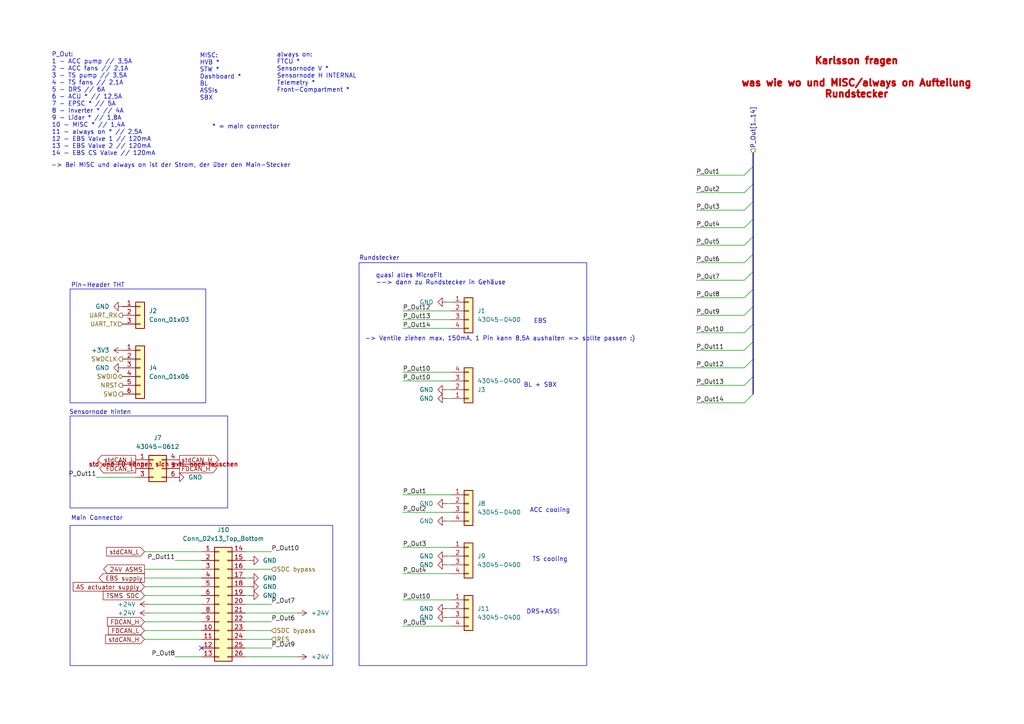
<source format=kicad_sch>
(kicad_sch (version 20231120) (generator "eeschema") (generator_version "8.0")
  (paper "A4")
  (title_block (title "PDU FT25") (date "2025-01-06") (rev "V1.1") (company "Janek Herm") (comment 1 "FaSTTUBe Electronics"))
  (lib_symbols
    (symbol "Connector_Generic:Conn_01x03" (pin_names (offset 1.016) hide)
      (property "Reference" "J" (at 0 5.08 0))
      (property "Value" "Conn_01x03" (at 0 -5.08 0))
      (symbol "Conn_01x03_1_1"
        (rectangle (start -1.27 -2.413) (end 0 -2.667) (stroke (width 0.1524)))
        (rectangle (start -1.27 0.127) (end 0 -0.127) (stroke (width 0.1524)))
        (rectangle (start -1.27 2.667) (end 0 2.413) (stroke (width 0.1524)))
        (rectangle (start -1.27 3.81) (end 1.27 -3.81) (stroke (width 0.254)) (fill (type background)))
        (pin passive line (at -5.08 2.54 0) (length 3.81) (name "Pin_1") (number "1"))
        (pin passive line (at -5.08 0 0) (length 3.81) (name "Pin_2") (number "2"))
        (pin passive line (at -5.08 -2.54 0) (length 3.81) (name "Pin_3") (number "3"))
      )
    )
    (symbol "Connector_Generic:Conn_01x04" (pin_names (offset 1.016) hide)
      (property "Reference" "J" (at 0 5.08 0))
      (property "Value" "Conn_01x04" (at 0 -7.62 0))
      (symbol "Conn_01x04_1_1"
        (rectangle (start -1.27 -4.953) (end 0 -5.207) (stroke (width 0.1524)))
        (rectangle (start -1.27 -2.413) (end 0 -2.667) (stroke (width 0.1524)))
        (rectangle (start -1.27 0.127) (end 0 -0.127) (stroke (width 0.1524)))
        (rectangle (start -1.27 2.667) (end 0 2.413) (stroke (width 0.1524)))
        (rectangle (start -1.27 3.81) (end 1.27 -6.35) (stroke (width 0.254)) (fill (type background)))
        (pin passive line (at -5.08 2.54 0) (length 3.81) (name "Pin_1") (number "1"))
        (pin passive line (at -5.08 0 0) (length 3.81) (name "Pin_2") (number "2"))
        (pin passive line (at -5.08 -2.54 0) (length 3.81) (name "Pin_3") (number "3"))
        (pin passive line (at -5.08 -5.08 0) (length 3.81) (name "Pin_4") (number "4"))
      )
    )
    (symbol "Connector_Generic:Conn_01x06" (pin_names (offset 1.016) hide)
      (property "Reference" "J" (at 0 7.62 0))
      (property "Value" "Conn_01x06" (at 0 -10.16 0))
      (symbol "Conn_01x06_1_1"
        (rectangle (start -1.27 -7.493) (end 0 -7.747) (stroke (width 0.1524)))
        (rectangle (start -1.27 -4.953) (end 0 -5.207) (stroke (width 0.1524)))
        (rectangle (start -1.27 -2.413) (end 0 -2.667) (stroke (width 0.1524)))
        (rectangle (start -1.27 0.127) (end 0 -0.127) (stroke (width 0.1524)))
        (rectangle (start -1.27 2.667) (end 0 2.413) (stroke (width 0.1524)))
        (rectangle (start -1.27 5.207) (end 0 4.953) (stroke (width 0.1524)))
        (rectangle (start -1.27 6.35) (end 1.27 -8.89) (stroke (width 0.254)) (fill (type background)))
        (pin passive line (at -5.08 5.08 0) (length 3.81) (name "Pin_1") (number "1"))
        (pin passive line (at -5.08 2.54 0) (length 3.81) (name "Pin_2") (number "2"))
        (pin passive line (at -5.08 0 0) (length 3.81) (name "Pin_3") (number "3"))
        (pin passive line (at -5.08 -2.54 0) (length 3.81) (name "Pin_4") (number "4"))
        (pin passive line (at -5.08 -5.08 0) (length 3.81) (name "Pin_5") (number "5"))
        (pin passive line (at -5.08 -7.62 0) (length 3.81) (name "Pin_6") (number "6"))
      )
    )
    (symbol "Connector_Generic:Conn_02x03_Top_Bottom" (pin_names (offset 1.016) hide)
      (property "Reference" "J" (at 1.27 5.08 0))
      (property "Value" "Conn_02x03_Top_Bottom" (at 1.27 -5.08 0))
      (symbol "Conn_02x03_Top_Bottom_1_1"
        (rectangle (start -1.27 -2.413) (end 0 -2.667) (stroke (width 0.1524)))
        (rectangle (start -1.27 0.127) (end 0 -0.127) (stroke (width 0.1524)))
        (rectangle (start -1.27 2.667) (end 0 2.413) (stroke (width 0.1524)))
        (rectangle (start -1.27 3.81) (end 3.81 -3.81) (stroke (width 0.254)) (fill (type background)))
        (rectangle (start 3.81 -2.413) (end 2.54 -2.667) (stroke (width 0.1524)))
        (rectangle (start 3.81 0.127) (end 2.54 -0.127) (stroke (width 0.1524)))
        (rectangle (start 3.81 2.667) (end 2.54 2.413) (stroke (width 0.1524)))
        (pin passive line (at -5.08 2.54 0) (length 3.81) (name "Pin_1") (number "1"))
        (pin passive line (at -5.08 0 0) (length 3.81) (name "Pin_2") (number "2"))
        (pin passive line (at -5.08 -2.54 0) (length 3.81) (name "Pin_3") (number "3"))
        (pin passive line (at 7.62 2.54 180) (length 3.81) (name "Pin_4") (number "4"))
        (pin passive line (at 7.62 0 180) (length 3.81) (name "Pin_5") (number "5"))
        (pin passive line (at 7.62 -2.54 180) (length 3.81) (name "Pin_6") (number "6"))
      )
    )
    (symbol "Connector_Generic:Conn_02x13_Top_Bottom" (pin_names (offset 1.016) hide)
      (property "Reference" "J" (at 1.27 17.78 0))
      (property "Value" "Conn_02x13_Top_Bottom" (at 1.27 -17.78 0))
      (symbol "Conn_02x13_Top_Bottom_1_1"
        (rectangle (start -1.27 -15.113) (end 0 -15.367) (stroke (width 0.1524)))
        (rectangle (start -1.27 -12.573) (end 0 -12.827) (stroke (width 0.1524)))
        (rectangle (start -1.27 -10.033) (end 0 -10.287) (stroke (width 0.1524)))
        (rectangle (start -1.27 -7.493) (end 0 -7.747) (stroke (width 0.1524)))
        (rectangle (start -1.27 -4.953) (end 0 -5.207) (stroke (width 0.1524)))
        (rectangle (start -1.27 -2.413) (end 0 -2.667) (stroke (width 0.1524)))
        (rectangle (start -1.27 0.127) (end 0 -0.127) (stroke (width 0.1524)))
        (rectangle (start -1.27 2.667) (end 0 2.413) (stroke (width 0.1524)))
        (rectangle (start -1.27 5.207) (end 0 4.953) (stroke (width 0.1524)))
        (rectangle (start -1.27 7.747) (end 0 7.493) (stroke (width 0.1524)))
        (rectangle (start -1.27 10.287) (end 0 10.033) (stroke (width 0.1524)))
        (rectangle (start -1.27 12.827) (end 0 12.573) (stroke (width 0.1524)))
        (rectangle (start -1.27 15.367) (end 0 15.113) (stroke (width 0.1524)))
        (rectangle (start -1.27 16.51) (end 3.81 -16.51) (stroke (width 0.254)) (fill (type background)))
        (rectangle (start 3.81 -15.113) (end 2.54 -15.367) (stroke (width 0.1524)))
        (rectangle (start 3.81 -12.573) (end 2.54 -12.827) (stroke (width 0.1524)))
        (rectangle (start 3.81 -10.033) (end 2.54 -10.287) (stroke (width 0.1524)))
        (rectangle (start 3.81 -7.493) (end 2.54 -7.747) (stroke (width 0.1524)))
        (rectangle (start 3.81 -4.953) (end 2.54 -5.207) (stroke (width 0.1524)))
        (rectangle (start 3.81 -2.413) (end 2.54 -2.667) (stroke (width 0.1524)))
        (rectangle (start 3.81 0.127) (end 2.54 -0.127) (stroke (width 0.1524)))
        (rectangle (start 3.81 2.667) (end 2.54 2.413) (stroke (width 0.1524)))
        (rectangle (start 3.81 5.207) (end 2.54 4.953) (stroke (width 0.1524)))
        (rectangle (start 3.81 7.747) (end 2.54 7.493) (stroke (width 0.1524)))
        (rectangle (start 3.81 10.287) (end 2.54 10.033) (stroke (width 0.1524)))
        (rectangle (start 3.81 12.827) (end 2.54 12.573) (stroke (width 0.1524)))
        (rectangle (start 3.81 15.367) (end 2.54 15.113) (stroke (width 0.1524)))
        (pin passive line (at -5.08 15.24 0) (length 3.81) (name "Pin_1") (number "1"))
        (pin passive line (at -5.08 -7.62 0) (length 3.81) (name "Pin_10") (number "10"))
        (pin passive line (at -5.08 -10.16 0) (length 3.81) (name "Pin_11") (number "11"))
        (pin passive line (at -5.08 -12.7 0) (length 3.81) (name "Pin_12") (number "12"))
        (pin passive line (at -5.08 -15.24 0) (length 3.81) (name "Pin_13") (number "13"))
        (pin passive line (at 7.62 15.24 180) (length 3.81) (name "Pin_14") (number "14"))
        (pin passive line (at 7.62 12.7 180) (length 3.81) (name "Pin_15") (number "15"))
        (pin passive line (at 7.62 10.16 180) (length 3.81) (name "Pin_16") (number "16"))
        (pin passive line (at 7.62 7.62 180) (length 3.81) (name "Pin_17") (number "17"))
        (pin passive line (at 7.62 5.08 180) (length 3.81) (name "Pin_18") (number "18"))
        (pin passive line (at 7.62 2.54 180) (length 3.81) (name "Pin_19") (number "19"))
        (pin passive line (at -5.08 12.7 0) (length 3.81) (name "Pin_2") (number "2"))
        (pin passive line (at 7.62 0 180) (length 3.81) (name "Pin_20") (number "20"))
        (pin passive line (at 7.62 -2.54 180) (length 3.81) (name "Pin_21") (number "21"))
        (pin passive line (at 7.62 -5.08 180) (length 3.81) (name "Pin_22") (number "22"))
        (pin passive line (at 7.62 -7.62 180) (length 3.81) (name "Pin_23") (number "23"))
        (pin passive line (at 7.62 -10.16 180) (length 3.81) (name "Pin_24") (number "24"))
        (pin passive line (at 7.62 -12.7 180) (length 3.81) (name "Pin_25") (number "25"))
        (pin passive line (at 7.62 -15.24 180) (length 3.81) (name "Pin_26") (number "26"))
        (pin passive line (at -5.08 10.16 0) (length 3.81) (name "Pin_3") (number "3"))
        (pin passive line (at -5.08 7.62 0) (length 3.81) (name "Pin_4") (number "4"))
        (pin passive line (at -5.08 5.08 0) (length 3.81) (name "Pin_5") (number "5"))
        (pin passive line (at -5.08 2.54 0) (length 3.81) (name "Pin_6") (number "6"))
        (pin passive line (at -5.08 0 0) (length 3.81) (name "Pin_7") (number "7"))
        (pin passive line (at -5.08 -2.54 0) (length 3.81) (name "Pin_8") (number "8"))
        (pin passive line (at -5.08 -5.08 0) (length 3.81) (name "Pin_9") (number "9"))
      )
    )
    (symbol "power:+24V" (power) (pin_numbers hide) (pin_names (offset 0) hide)
      (property "Value" "+24V" (at 0 3.556 0))
      (symbol "+24V_0_1"
        (polyline (pts (xy -0.762 1.27) (xy 0 2.54)))
        (polyline (pts (xy 0 0) (xy 0 2.54)))
        (polyline (pts (xy 0 2.54) (xy 0.762 1.27)))
      )
      (symbol "+24V_1_1"
        (pin power_in line (at 0 0 90) (length 0) (name "~") (number "1"))
      )
    )
    (symbol "power:+3.3V" (power) (pin_numbers hide) (pin_names (offset 0) hide)
      (property "Value" "+3.3V" (at 0 3.556 0))
      (symbol "+3.3V_0_1"
        (polyline (pts (xy -0.762 1.27) (xy 0 2.54)))
        (polyline (pts (xy 0 0) (xy 0 2.54)))
        (polyline (pts (xy 0 2.54) (xy 0.762 1.27)))
      )
      (symbol "+3.3V_1_1"
        (pin power_in line (at 0 0 90) (length 0) (name "~") (number "1"))
      )
    )
    (symbol "power:GND" (power) (pin_numbers hide) (pin_names (offset 0) hide)
      (property "Value" "GND" (at 0 -3.81 0))
      (symbol "GND_0_1"
        (polyline (pts (xy 0 0) (xy 0 -1.27) (xy 1.27 -1.27) (xy 0 -2.54) (xy -1.27 -1.27) (xy 0 -1.27)))
      )
      (symbol "GND_1_1"
        (pin power_in line (at 0 0 270) (length 0) (name "~") (number "1"))
      )
    )
  )
  (no_connect (at 58.42 187.96))
  (bus_entry (at 215.9 66.04) (size 2.54 -2.54))
  (bus_entry (at 215.9 55.88) (size 2.54 -2.54))
  (bus_entry (at 215.9 116.84) (size 2.54 -2.54))
  (bus_entry (at 215.9 86.36) (size 2.54 -2.54))
  (bus_entry (at 215.9 91.44) (size 2.54 -2.54))
  (bus_entry (at 215.9 76.2) (size 2.54 -2.54))
  (bus_entry (at 215.9 50.8) (size 2.54 -2.54))
  (bus_entry (at 215.9 71.12) (size 2.54 -2.54))
  (bus_entry (at 215.9 96.52) (size 2.54 -2.54))
  (bus_entry (at 215.9 106.68) (size 2.54 -2.54))
  (bus_entry (at 215.9 60.96) (size 2.54 -2.54))
  (bus_entry (at 215.9 101.6) (size 2.54 -2.54))
  (bus_entry (at 215.9 111.76) (size 2.54 -2.54))
  (bus_entry (at 215.9 81.28) (size 2.54 -2.54))
  (wire (pts (xy 201.93 106.68) (xy 215.9 106.68)))
  (wire (pts (xy 71.12 160.02) (xy 78.74 160.02)))
  (wire (pts (xy 116.84 148.59) (xy 130.81 148.59)))
  (bus (pts (xy 218.44 99.06) (xy 218.44 104.14)))
  (bus (pts (xy 218.44 78.74) (xy 218.44 83.82)))
  (wire (pts (xy 116.84 92.71) (xy 130.81 92.71)))
  (wire (pts (xy 201.93 111.76) (xy 215.9 111.76)))
  (wire (pts (xy 86.36 190.5) (xy 71.12 190.5)))
  (wire (pts (xy 41.91 172.72) (xy 58.42 172.72)))
  (wire (pts (xy 116.84 95.25) (xy 130.81 95.25)))
  (bus (pts (xy 218.44 83.82) (xy 218.44 88.9)))
  (wire (pts (xy 116.84 166.37) (xy 130.81 166.37)))
  (wire (pts (xy 201.93 91.44) (xy 215.9 91.44)))
  (wire (pts (xy 41.91 160.02) (xy 58.42 160.02)))
  (wire (pts (xy 58.42 170.18) (xy 41.91 170.18)))
  (wire (pts (xy 201.93 116.84) (xy 215.9 116.84)))
  (bus (pts (xy 218.44 104.14) (xy 218.44 109.22)))
  (wire (pts (xy 72.39 162.56) (xy 71.12 162.56)))
  (wire (pts (xy 58.42 162.56) (xy 50.8 162.56)))
  (wire (pts (xy 201.93 86.36) (xy 215.9 86.36)))
  (bus (pts (xy 218.44 73.66) (xy 218.44 78.74)))
  (wire (pts (xy 201.93 96.52) (xy 215.9 96.52)))
  (wire (pts (xy 201.93 76.2) (xy 215.9 76.2)))
  (wire (pts (xy 201.93 71.12) (xy 215.9 71.12)))
  (wire (pts (xy 129.54 163.83) (xy 130.81 163.83)))
  (wire (pts (xy 86.36 177.8) (xy 71.12 177.8)))
  (bus (pts (xy 218.44 58.42) (xy 218.44 63.5)))
  (wire (pts (xy 201.93 55.88) (xy 215.9 55.88)))
  (wire (pts (xy 201.93 81.28) (xy 215.9 81.28)))
  (bus (pts (xy 218.44 93.98) (xy 218.44 99.06)))
  (bus (pts (xy 218.44 68.58) (xy 218.44 73.66)))
  (wire (pts (xy 72.39 170.18) (xy 71.12 170.18)))
  (wire (pts (xy 129.54 113.03) (xy 130.81 113.03)))
  (wire (pts (xy 71.12 182.88) (xy 78.74 182.88)))
  (wire (pts (xy 129.54 161.29) (xy 130.81 161.29)))
  (wire (pts (xy 116.84 143.51) (xy 130.81 143.51)))
  (wire (pts (xy 201.93 66.04) (xy 215.9 66.04)))
  (wire (pts (xy 116.84 173.99) (xy 130.81 173.99)))
  (wire (pts (xy 43.18 175.26) (xy 58.42 175.26)))
  (wire (pts (xy 58.42 190.5) (xy 50.8 190.5)))
  (wire (pts (xy 41.91 167.64) (xy 58.42 167.64)))
  (bus (pts (xy 218.44 44.45) (xy 218.44 48.26)))
  (bus (pts (xy 218.44 109.22) (xy 218.44 114.3)))
  (bus (pts (xy 218.44 48.26) (xy 218.44 53.34)))
  (wire (pts (xy 201.93 60.96) (xy 215.9 60.96)))
  (wire (pts (xy 129.54 176.53) (xy 130.81 176.53)))
  (wire (pts (xy 130.81 110.49) (xy 116.84 110.49)))
  (wire (pts (xy 71.12 175.26) (xy 78.74 175.26)))
  (bus (pts (xy 218.44 53.34) (xy 218.44 58.42)))
  (wire (pts (xy 129.54 179.07) (xy 130.81 179.07)))
  (wire (pts (xy 27.94 138.43) (xy 39.37 138.43)))
  (wire (pts (xy 72.39 172.72) (xy 71.12 172.72)))
  (wire (pts (xy 129.54 151.13) (xy 130.81 151.13)))
  (wire (pts (xy 41.91 165.1) (xy 58.42 165.1)))
  (wire (pts (xy 41.91 185.42) (xy 58.42 185.42)))
  (wire (pts (xy 71.12 180.34) (xy 78.74 180.34)))
  (wire (pts (xy 72.39 167.64) (xy 71.12 167.64)))
  (bus (pts (xy 218.44 63.5) (xy 218.44 68.58)))
  (wire (pts (xy 201.93 101.6) (xy 215.9 101.6)))
  (wire (pts (xy 43.18 177.8) (xy 58.42 177.8)))
  (wire (pts (xy 71.12 187.96) (xy 78.74 187.96)))
  (wire (pts (xy 41.91 182.88) (xy 58.42 182.88)))
  (wire (pts (xy 71.12 165.1) (xy 78.74 165.1)))
  (wire (pts (xy 116.84 107.95) (xy 130.81 107.95)))
  (bus (pts (xy 218.44 88.9) (xy 218.44 93.98)))
  (wire (pts (xy 116.84 181.61) (xy 130.81 181.61)))
  (wire (pts (xy 129.54 87.63) (xy 130.81 87.63)))
  (wire (pts (xy 129.54 115.57) (xy 130.81 115.57)))
  (wire (pts (xy 201.93 50.8) (xy 215.9 50.8)))
  (wire (pts (xy 71.12 185.42) (xy 78.74 185.42)))
  (wire (pts (xy 116.84 90.17) (xy 130.81 90.17)))
  (wire (pts (xy 116.84 158.75) (xy 130.81 158.75)))
  (wire (pts (xy 129.54 146.05) (xy 130.81 146.05)))
  (wire (pts (xy 41.91 180.34) (xy 58.42 180.34)))
  (wire (pts (xy 50.8 138.43) (xy 52.07 138.43)))
  (rectangle (start 20.32 83.82) (end 59.69 116.84))
  (rectangle (start 104.14 76.2) (end 170.18 193.04))
  (rectangle (start 20.32 152.4) (end 96.52 193.04))
  (rectangle (start 20.32 120.65) (end 66.04 147.32))
  (text "* = main connector" (at 61.468 36.83 0) (effects (font (size 1.27 1.27)) (justify left)))
  (text "DRS+ASSI" (at 157.48 177.546 0) (effects (font (size 1.27 1.27))))
  (text "Pin-Header THT" (at 20.574 82.804 0) (effects (font (size 1.27 1.27)) (justify left)))
  (text "quasi alles MicroFit\n--> dann zu Rundstecker in Gehäuse" (at 108.966 81.026 0) (effects (font (size 1.27 1.27) (thickness 0.1588)) (justify left)))
  (text "Sensornode hinten" (at 20.066 119.634 0) (effects (font (size 1.27 1.27)) (justify left)))
  (text "Rundstecker" (at 104.14 74.93 0) (effects (font (size 1.27 1.27)) (justify left)))
  (text "Karlsson fragen\n\nwas wie wo und MISC/always on Aufteilung\nRundstecker" (at 248.412 22.606 0) (effects (font (size 2 2) (thickness 0.7) (bold yes))))
  (text "Main Connector" (at 20.574 150.368 0) (effects (font (size 1.27 1.27)) (justify left)))
  (text "-> Ventile ziehen max. 150mA, 1 Pin kann 8,5A aushalten => sollte passen :)" (at 145.034 98.298 0) (effects (font (size 1.27 1.27))))
  (text "EBS" (at 156.718 93.218 0) (effects (font (size 1.27 1.27))))
  (text "MISC:\nHVB *\nSTW *\nDashboard *\nBL\nASSIs\nSBX" (at 57.912 22.352 0) (effects (font (size 1.27 1.27)) (justify left)))
  (text "-> Bei MISC und always on ist der Strom, der über den Main-Stecker" (at 49.53 48.006 0) (effects (font (size 1.27 1.27))))
  (text "TS cooling" (at 159.512 162.306 0) (effects (font (size 1.27 1.27))))
  (text "std und FD können sich evtl. noch tauschen" (at 25.654 134.874 0) (effects (font (size 1.27 1.27) (thickness 0.254) (bold yes)) (justify left)))
  (text "P_Out:\n1 - ACC pump // 3,5A\n2 - ACC fans // 2,1A\n3 - TS pump // 3,5A\n4 - TS fans // 2,1A\n5 - DRS // 6A\n6 - ACU * // 12,5A\n7 - EPSC * // 5A\n8 - Inverter * // 4A\n9 - Lidar * // 1,8A\n10 - MISC * // 1,4A\n11 - always on * // 2,5A\n12 - EBS Valve 1 // 120mA\n13 - EBS Valve 2 // 120mA\n14 - EBS CS Valve // 120mA" (at 14.986 30.226 0) (effects (font (size 1.27 1.27)) (justify left)))
  (text "BL + SBX" (at 156.718 111.76 0) (effects (font (size 1.27 1.27))))
  (text "ACC cooling" (at 159.512 148.082 0) (effects (font (size 1.27 1.27))))
  (text "always on:\nFTCU *\nSensornode V *\nSensornode H INTERNAL\nTelemetry * \nFront-Compartment *" (at 80.264 21.082 0) (effects (font (size 1.27 1.27)) (justify left)))
  (label "P_Out10" (at 201.93 96.52 0))
  (label "P_Out7" (at 78.74 175.26 0))
  (label "P_Out3" (at 201.93 60.96 0))
  (label "P_Out1" (at 201.93 50.8 0))
  (label "P_Out8" (at 201.93 86.36 0))
  (label "P_Out13" (at 201.93 111.76 0))
  (label "P_Out5" (at 116.84 181.61 0))
  (label "P_Out1" (at 116.84 143.51 0))
  (label "P_Out10" (at 78.74 160.02 0))
  (label "P_Out9" (at 201.93 91.44 0))
  (label "P_Out10" (at 116.84 107.95 0))
  (label "P_Out11" (at 201.93 101.6 0))
  (label "P_Out5" (at 201.93 71.12 0))
  (label "P_Out9" (at 78.74 187.96 0))
  (label "P_Out12" (at 201.93 106.68 0))
  (label "P_Out2" (at 201.93 55.88 0))
  (label "P_Out12" (at 116.84 90.17 0))
  (label "P_Out11" (at 27.94 138.43 180))
  (label "P_Out8" (at 50.8 190.5 180))
  (label "P_Out11" (at 50.8 162.56 180))
  (label "P_Out14" (at 116.84 95.25 0))
  (label "P_Out4" (at 116.84 166.37 0))
  (label "P_Out6" (at 78.74 180.34 0))
  (label "P_Out7" (at 201.93 81.28 0))
  (label "P_Out2" (at 116.84 148.59 0))
  (label "P_Out10" (at 116.84 110.49 0))
  (label "P_Out10" (at 116.84 173.99 0))
  (label "P_Out3" (at 116.84 158.75 0))
  (label "P_Out13" (at 116.84 92.71 0))
  (label "P_Out14" (at 201.93 116.84 0))
  (label "P_Out4" (at 201.93 66.04 0))
  (label "P_Out6" (at 201.93 76.2 0))
  (global_label "TSMS SDC" (shape input) (at 41.91 172.72 180) (property "Intersheetrefs" "${INTERSHEET_REFS}" (effects (hide yes))))
  (global_label "stdCAN_H" (shape output) (at 52.07 133.35 0) (property "Intersheetrefs" "${INTERSHEET_REFS}" (effects (hide yes))))
  (global_label "FDCAN_H" (shape output) (at 52.07 135.89 0) (property "Intersheetrefs" "${INTERSHEET_REFS}" (effects (hide yes))))
  (global_label "stdCAN_L" (shape input) (at 41.91 160.02 180) (property "Intersheetrefs" "${INTERSHEET_REFS}" (effects (hide yes))))
  (global_label "FDCAN_L" (shape output) (at 39.37 135.89 180) (property "Intersheetrefs" "${INTERSHEET_REFS}" (effects (hide yes))))
  (global_label "FDCAN_L" (shape input) (at 41.91 182.88 180) (property "Intersheetrefs" "${INTERSHEET_REFS}" (effects (hide yes))))
  (global_label "stdCAN_H" (shape input) (at 41.91 185.42 180) (property "Intersheetrefs" "${INTERSHEET_REFS}" (effects (hide yes))))
  (global_label "EBS supply" (shape output) (at 41.91 167.64 180) (property "Intersheetrefs" "${INTERSHEET_REFS}" (effects (hide yes))))
  (global_label "24V ASMS" (shape output) (at 41.91 165.1 180) (property "Intersheetrefs" "${INTERSHEET_REFS}" (effects (hide yes))))
  (global_label "stdCAN_L" (shape output) (at 39.37 133.35 180) (property "Intersheetrefs" "${INTERSHEET_REFS}" (effects (hide yes))))
  (global_label "FDCAN_H" (shape input) (at 41.91 180.34 180) (property "Intersheetrefs" "${INTERSHEET_REFS}" (effects (hide yes))))
  (global_label "AS actuator supply" (shape input) (at 41.91 170.18 180) (property "Intersheetrefs" "${INTERSHEET_REFS}" (effects (hide yes))))
  (hierarchical_label "P_Out[1..14]" (shape input) (at 218.44 44.45 90) (effects (font (thickness 0.1588))))
  (hierarchical_label "SWDIO" (shape bidirectional) (at 35.56 109.22 180) (effects (font (thickness 0.1588))))
  (hierarchical_label "SWO" (shape output) (at 35.56 114.3 180))
  (hierarchical_label "RES" (shape input) (at 78.74 185.42 0))
  (hierarchical_label "UART_TX" (shape input) (at 35.56 93.98 180))
  (hierarchical_label "SDC bypass" (shape input) (at 78.74 165.1 0))
  (hierarchical_label "NRST" (shape output) (at 35.56 111.76 180) (effects (font (thickness 0.1588))))
  (hierarchical_label "SWDCLK" (shape output) (at 35.56 104.14 180))
  (hierarchical_label "UART_RX" (shape output) (at 35.56 91.44 180))
  (hierarchical_label "SDC bypass" (shape input) (at 78.74 182.88 0))
  (symbol (lib_id "Connector_Generic:Conn_01x04") (at 135.89 90.17 0) (unit 1)
    (property "Reference" "J1" (at 138.43 90.1699 0) (effects (justify left)))
    (property "Value" "43045-0400" (at 138.43 92.7099 0) (effects (justify left)))
    (property "Footprint" "43045-0400:43045-04_00,01,02,10_" (effects (hide yes)))
    (property "Description" "Generic connector, single row, 01x04, script generated (kicad-library-utils/schlib/autogen/connector/)" (effects (hide yes)))
  )
  (symbol (lib_id "power:GND") (at 129.54 176.53 270) (mirror x) (unit 1)
    (property "Reference" "#PWR0215" (effects (hide yes)))
    (property "Value" "GND" (at 125.73 176.5299 90) (effects (justify right)))
    (property "Description" "Power symbol creates a global label with name \"GND\" , ground" (effects (hide yes)))
  )
  (symbol (lib_id "power:+3.3V") (at 35.56 101.6 90) (unit 1)
    (property "Reference" "#PWR035" (effects (hide yes)))
    (property "Value" "+3V3" (at 31.75 101.5999 90) (effects (justify left)))
    (property "Description" "Power symbol creates a global label with name \"+3.3V\"" (effects (hide yes)))
  )
  (symbol (lib_id "power:GND") (at 129.54 179.07 270) (unit 1)
    (property "Reference" "#PWR0214" (effects (hide yes)))
    (property "Value" "GND" (at 125.73 179.0701 90) (effects (justify right)))
    (property "Description" "Power symbol creates a global label with name \"GND\" , ground" (effects (hide yes)))
  )
  (symbol (lib_id "power:GND") (at 129.54 113.03 270) (mirror x) (unit 1)
    (property "Reference" "#PWR0221" (effects (hide yes)))
    (property "Value" "GND" (at 125.73 113.0299 90) (effects (justify right)))
    (property "Description" "Power symbol creates a global label with name \"GND\" , ground" (effects (hide yes)))
  )
  (symbol (lib_id "power:+24V") (at 43.18 175.26 90) (mirror x) (unit 1)
    (property "Reference" "#PWR0196" (effects (hide yes)))
    (property "Value" "+24V" (at 39.37 175.2601 90) (effects (justify left)))
    (property "Description" "Power symbol creates a global label with name \"+24V\"" (effects (hide yes)))
  )
  (symbol (lib_id "Connector_Generic:Conn_01x04") (at 135.89 146.05 0) (unit 1)
    (property "Reference" "J8" (at 138.43 146.0499 0) (effects (justify left)))
    (property "Value" "43045-0400" (at 138.43 148.5899 0) (effects (justify left)))
    (property "Footprint" "43045-0400:43045-04_00,01,02,10_" (effects (hide yes)))
    (property "Description" "Generic connector, single row, 01x04, script generated (kicad-library-utils/schlib/autogen/connector/)" (effects (hide yes)))
  )
  (symbol (lib_id "power:GND") (at 72.39 172.72 90) (unit 1)
    (property "Reference" "#PWR045" (effects (hide yes)))
    (property "Value" "GND" (at 76.2 172.7199 90) (effects (justify right)))
    (property "Description" "Power symbol creates a global label with name \"GND\" , ground" (effects (hide yes)))
  )
  (symbol (lib_id "power:GND") (at 35.56 88.9 270) (unit 1)
    (property "Reference" "#PWR034" (effects (hide yes)))
    (property "Value" "GND" (at 31.75 88.8999 90) (effects (justify right)))
    (property "Description" "Power symbol creates a global label with name \"GND\" , ground" (effects (hide yes)))
  )
  (symbol (lib_id "Connector_Generic:Conn_01x04") (at 135.89 113.03 0) (mirror x) (unit 1)
    (property "Reference" "J3" (at 138.43 113.0301 0) (effects (justify left)))
    (property "Value" "43045-0400" (at 138.43 110.4901 0) (effects (justify left)))
    (property "Footprint" "43045-0400:43045-04_00,01,02,10_" (effects (hide yes)))
    (property "Description" "Generic connector, single row, 01x04, script generated (kicad-library-utils/schlib/autogen/connector/)" (effects (hide yes)))
  )
  (symbol (lib_id "power:GND") (at 72.39 170.18 90) (unit 1)
    (property "Reference" "#PWR0213" (effects (hide yes)))
    (property "Value" "GND" (at 76.2 170.1799 90) (effects (justify right)))
    (property "Description" "Power symbol creates a global label with name \"GND\" , ground" (effects (hide yes)))
  )
  (symbol (lib_id "power:GND") (at 129.54 146.05 270) (mirror x) (unit 1)
    (property "Reference" "#PWR0219" (effects (hide yes)))
    (property "Value" "GND" (at 125.73 146.0499 90) (effects (justify right)))
    (property "Description" "Power symbol creates a global label with name \"GND\" , ground" (effects (hide yes)))
  )
  (symbol (lib_id "power:GND") (at 72.39 162.56 90) (mirror x) (unit 1)
    (property "Reference" "#PWR0195" (effects (hide yes)))
    (property "Value" "GND" (at 76.2 162.5601 90) (effects (justify right)))
    (property "Description" "Power symbol creates a global label with name \"GND\" , ground" (effects (hide yes)))
  )
  (symbol (lib_id "Connector_Generic:Conn_01x06") (at 40.64 106.68 0) (unit 1)
    (property "Reference" "J4" (at 43.18 106.6799 0) (effects (justify left)))
    (property "Value" "Conn_01x06" (at 43.18 109.2199 0) (effects (justify left)))
    (property "Footprint" "Connector_PinHeader_2.54mm:PinHeader_1x06_P2.54mm_Vertical" (effects (hide yes)))
    (property "Description" "Generic connector, single row, 01x06, script generated (kicad-library-utils/schlib/autogen/connector/)" (effects (hide yes)))
  )
  (symbol (lib_id "power:+24V") (at 86.36 190.5 270) (unit 1)
    (property "Reference" "#PWR044" (effects (hide yes)))
    (property "Value" "+24V" (at 90.17 190.5001 90) (effects (justify left)))
    (property "Description" "Power symbol creates a global label with name \"+24V\"" (effects (hide yes)))
  )
  (symbol (lib_id "Connector_Generic:Conn_01x04") (at 135.89 176.53 0) (unit 1)
    (property "Reference" "J11" (at 138.43 176.5299 0) (effects (justify left)))
    (property "Value" "43045-0400" (at 138.43 179.0699 0) (effects (justify left)))
    (property "Footprint" "43045-0400:43045-04_00,01,02,10_" (effects (hide yes)))
    (property "Description" "Generic connector, single row, 01x04, script generated (kicad-library-utils/schlib/autogen/connector/)" (effects (hide yes)))
  )
  (symbol (lib_id "power:+24V") (at 43.18 177.8 90) (mirror x) (unit 1)
    (property "Reference" "#PWR0156" (effects (hide yes)))
    (property "Value" "+24V" (at 39.37 177.8001 90) (effects (justify left)))
    (property "Description" "Power symbol creates a global label with name \"+24V\"" (effects (hide yes)))
  )
  (symbol (lib_id "Connector_Generic:Conn_02x13_Top_Bottom") (at 63.5 175.26 0) (unit 1)
    (property "Reference" "J10" (at 64.77 153.67 0))
    (property "Value" "Conn_02x13_Top_Bottom" (at 64.77 156.21 0))
    (property "Footprint" "6437288-4:64372884" (effects (hide yes)))
    (property "Description" "Generic connector, double row, 02x13, top/bottom pin numbering scheme (row 1: 1...pins_per_row, row2: pins_per_row+1 ... num_pins), script generated (kicad-library-utils/schlib/autogen/connector/)" (effects (hide yes)))
  )
  (symbol (lib_id "power:GND") (at 129.54 161.29 270) (mirror x) (unit 1)
    (property "Reference" "#PWR0217" (effects (hide yes)))
    (property "Value" "GND" (at 125.73 161.2899 90) (effects (justify right)))
    (property "Description" "Power symbol creates a global label with name \"GND\" , ground" (effects (hide yes)))
  )
  (symbol (lib_id "power:GND") (at 72.39 167.64 90) (unit 1)
    (property "Reference" "#PWR0205" (effects (hide yes)))
    (property "Value" "GND" (at 76.2 167.6399 90) (effects (justify right)))
    (property "Description" "Power symbol creates a global label with name \"GND\" , ground" (effects (hide yes)))
  )
  (symbol (lib_id "Connector_Generic:Conn_01x04") (at 135.89 161.29 0) (unit 1)
    (property "Reference" "J9" (at 138.43 161.2899 0) (effects (justify left)))
    (property "Value" "43045-0400" (at 138.43 163.8299 0) (effects (justify left)))
    (property "Footprint" "43045-0400:43045-04_00,01,02,10_" (effects (hide yes)))
    (property "Description" "Generic connector, single row, 01x04, script generated (kicad-library-utils/schlib/autogen/connector/)" (effects (hide yes)))
  )
  (symbol (lib_id "power:+24V") (at 86.36 177.8 270) (unit 1)
    (property "Reference" "#PWR0206" (effects (hide yes)))
    (property "Value" "+24V" (at 90.17 177.8001 90) (effects (justify left)))
    (property "Description" "Power symbol creates a global label with name \"+24V\"" (effects (hide yes)))
  )
  (symbol (lib_id "Connector_Generic:Conn_02x03_Top_Bottom") (at 44.45 135.89 0) (unit 1)
    (property "Reference" "J7" (at 45.72 127 0))
    (property "Value" "43045-0612" (at 45.72 129.54 0))
    (property "Footprint" "Connector_Molex:Molex_Micro-Fit_3.0_43045-0612_2x03_P3.00mm_Vertical" (effects (hide yes)))
    (property "Description" "Generic connector, double row, 02x03, top/bottom pin numbering scheme (row 1: 1...pins_per_row, row2: pins_per_row+1 ... num_pins), script generated (kicad-library-utils/schlib/autogen/connector/)" (effects (hide yes)))
  )
  (symbol (lib_id "power:GND") (at 129.54 115.57 270) (mirror x) (unit 1)
    (property "Reference" "#PWR0220" (effects (hide yes)))
    (property "Value" "GND" (at 125.73 115.5699 90) (effects (justify right)))
    (property "Description" "Power symbol creates a global label with name \"GND\" , ground" (effects (hide yes)))
  )
  (symbol (lib_id "power:GND") (at 50.8 138.43 90) (unit 1)
    (property "Reference" "#PWR040" (effects (hide yes)))
    (property "Value" "GND" (at 54.61 138.4299 90) (effects (justify right)))
    (property "Description" "Power symbol creates a global label with name \"GND\" , ground" (effects (hide yes)))
  )
  (symbol (lib_id "power:GND") (at 129.54 163.83 270) (mirror x) (unit 1)
    (property "Reference" "#PWR0216" (effects (hide yes)))
    (property "Value" "GND" (at 125.73 163.8299 90) (effects (justify right)))
    (property "Description" "Power symbol creates a global label with name \"GND\" , ground" (effects (hide yes)))
  )
  (symbol (lib_id "Connector_Generic:Conn_01x03") (at 40.64 91.44 0) (unit 1)
    (property "Reference" "J2" (at 43.18 90.1699 0) (effects (justify left)))
    (property "Value" "Conn_01x03" (at 43.18 92.7099 0) (effects (justify left)))
    (property "Footprint" "Connector_PinHeader_2.54mm:PinHeader_1x03_P2.54mm_Vertical" (effects (hide yes)))
    (property "Description" "Generic connector, single row, 01x03, script generated (kicad-library-utils/schlib/autogen/connector/)" (effects (hide yes)))
  )
  (symbol (lib_id "power:GND") (at 35.56 106.68 270) (unit 1)
    (property "Reference" "#PWR037" (effects (hide yes)))
    (property "Value" "GND" (at 31.75 106.6799 90) (effects (justify right)))
    (property "Description" "Power symbol creates a global label with name \"GND\" , ground" (effects (hide yes)))
  )
  (symbol (lib_id "power:GND") (at 129.54 87.63 270) (mirror x) (unit 1)
    (property "Reference" "#PWR0222" (effects (hide yes)))
    (property "Value" "GND" (at 125.73 87.6299 90) (effects (justify right)))
    (property "Description" "Power symbol creates a global label with name \"GND\" , ground" (effects (hide yes)))
  )
  (symbol (lib_id "power:GND") (at 129.54 151.13 270) (mirror x) (unit 1)
    (property "Reference" "#PWR0218" (effects (hide yes)))
    (property "Value" "GND" (at 125.73 151.1299 90) (effects (justify right)))
    (property "Description" "Power symbol creates a global label with name \"GND\" , ground" (effects (hide yes)))
  )
)
</source>
